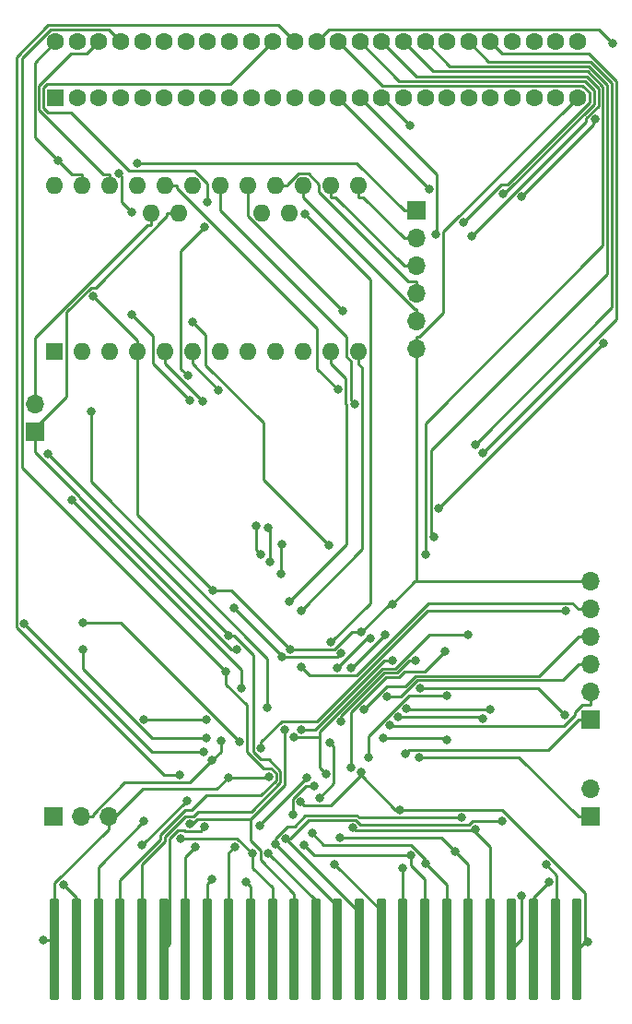
<source format=gbl>
G04 #@! TF.GenerationSoftware,KiCad,Pcbnew,(6.0.11)*
G04 #@! TF.CreationDate,2024-06-19T21:48:15+02:00*
G04 #@! TF.ProjectId,tcbm2sd,7463626d-3273-4642-9e6b-696361645f70,1.0*
G04 #@! TF.SameCoordinates,Original*
G04 #@! TF.FileFunction,Copper,L2,Bot*
G04 #@! TF.FilePolarity,Positive*
%FSLAX46Y46*%
G04 Gerber Fmt 4.6, Leading zero omitted, Abs format (unit mm)*
G04 Created by KiCad (PCBNEW (6.0.11)) date 2024-06-19 21:48:15*
%MOMM*%
%LPD*%
G01*
G04 APERTURE LIST*
G04 Aperture macros list*
%AMRoundRect*
0 Rectangle with rounded corners*
0 $1 Rounding radius*
0 $2 $3 $4 $5 $6 $7 $8 $9 X,Y pos of 4 corners*
0 Add a 4 corners polygon primitive as box body*
4,1,4,$2,$3,$4,$5,$6,$7,$8,$9,$2,$3,0*
0 Add four circle primitives for the rounded corners*
1,1,$1+$1,$2,$3*
1,1,$1+$1,$4,$5*
1,1,$1+$1,$6,$7*
1,1,$1+$1,$8,$9*
0 Add four rect primitives between the rounded corners*
20,1,$1+$1,$2,$3,$4,$5,0*
20,1,$1+$1,$4,$5,$6,$7,0*
20,1,$1+$1,$6,$7,$8,$9,0*
20,1,$1+$1,$8,$9,$2,$3,0*%
G04 Aperture macros list end*
G04 #@! TA.AperFunction,ComponentPad*
%ADD10R,1.700000X1.700000*%
G04 #@! TD*
G04 #@! TA.AperFunction,ComponentPad*
%ADD11O,1.700000X1.700000*%
G04 #@! TD*
G04 #@! TA.AperFunction,ComponentPad*
%ADD12R,1.600000X1.600000*%
G04 #@! TD*
G04 #@! TA.AperFunction,ComponentPad*
%ADD13O,1.600000X1.600000*%
G04 #@! TD*
G04 #@! TA.AperFunction,ComponentPad*
%ADD14C,1.600000*%
G04 #@! TD*
G04 #@! TA.AperFunction,SMDPad,CuDef*
%ADD15RoundRect,0.112500X-0.337500X-4.512500X0.337500X-4.512500X0.337500X4.512500X-0.337500X4.512500X0*%
G04 #@! TD*
G04 #@! TA.AperFunction,ViaPad*
%ADD16C,0.800000*%
G04 #@! TD*
G04 #@! TA.AperFunction,Conductor*
%ADD17C,0.250000*%
G04 #@! TD*
G04 APERTURE END LIST*
D10*
X124348000Y-133351300D03*
D11*
X126888000Y-133351300D03*
X129428000Y-133351300D03*
D10*
X173731000Y-133350000D03*
D11*
X173731000Y-130810000D03*
D10*
X173736000Y-124460000D03*
D11*
X173736000Y-121920000D03*
X173736000Y-119380000D03*
X173736000Y-116840000D03*
X173736000Y-114300000D03*
X173736000Y-111760000D03*
D12*
X124460000Y-90678000D03*
D13*
X127000000Y-90678000D03*
X129540000Y-90678000D03*
X132080000Y-90678000D03*
X134620000Y-90678000D03*
X137160000Y-90678000D03*
X139700000Y-90678000D03*
X142240000Y-90678000D03*
X144780000Y-90678000D03*
X147320000Y-90678000D03*
X149860000Y-90678000D03*
X152400000Y-90678000D03*
X152400000Y-75438000D03*
X149860000Y-75438000D03*
X147320000Y-75438000D03*
X144780000Y-75438000D03*
X142240000Y-75438000D03*
X139700000Y-75438000D03*
X137160000Y-75438000D03*
X134620000Y-75438000D03*
X132080000Y-75438000D03*
X129540000Y-75438000D03*
X127000000Y-75438000D03*
X124460000Y-75438000D03*
X135890000Y-77978000D03*
X133350000Y-77978000D03*
X146050000Y-77978000D03*
X143510000Y-77978000D03*
D10*
X157734000Y-77724000D03*
D11*
X157734000Y-80264000D03*
X157734000Y-82804000D03*
X157734000Y-85344000D03*
X157734000Y-87884000D03*
X157734000Y-90424000D03*
D12*
X124556000Y-67330000D03*
D14*
X126556000Y-67330000D03*
X128556000Y-67330000D03*
X130556000Y-67330000D03*
X132556000Y-67330000D03*
X134556000Y-67330000D03*
X136556000Y-67330000D03*
X138556000Y-67330000D03*
X140556000Y-67330000D03*
X142556000Y-67330000D03*
X144556000Y-67330000D03*
X146556000Y-67330000D03*
X148556000Y-67330000D03*
X150556000Y-67330000D03*
X152556000Y-67330000D03*
X154556000Y-67330000D03*
X156556000Y-67330000D03*
X158556000Y-67330000D03*
X160556000Y-67330000D03*
X162556000Y-67330000D03*
X164556000Y-67330000D03*
X166556000Y-67330000D03*
X168556000Y-67330000D03*
X170556000Y-67330000D03*
X172556000Y-67330000D03*
X124556000Y-62230000D03*
X168556000Y-62230000D03*
X126556000Y-62230000D03*
X170556000Y-62230000D03*
X128556000Y-62230000D03*
X172556000Y-62230000D03*
X130556000Y-62230000D03*
X132556000Y-62230000D03*
X134556000Y-62230000D03*
X136556000Y-62230000D03*
X138556000Y-62230000D03*
X140556000Y-62230000D03*
X142556000Y-62230000D03*
X144556000Y-62230000D03*
X146556000Y-62230000D03*
X148556000Y-62230000D03*
X150556000Y-62230000D03*
X152556000Y-62230000D03*
X154556000Y-62230000D03*
X156556000Y-62230000D03*
X158556000Y-62230000D03*
X160556000Y-62230000D03*
X162556000Y-62230000D03*
X164556000Y-62230000D03*
X166556000Y-62230000D03*
D10*
X122682000Y-98044000D03*
D11*
X122682000Y-95504000D03*
D15*
X124501100Y-145503600D03*
X168501100Y-145503600D03*
X126501100Y-145503600D03*
X170501100Y-145503600D03*
X128501100Y-145503600D03*
X172501100Y-145503600D03*
X130501100Y-145503600D03*
X132501100Y-145503600D03*
X134501100Y-145503600D03*
X136501100Y-145503600D03*
X138501100Y-145503600D03*
X140501100Y-145503600D03*
X142501100Y-145503600D03*
X144501100Y-145503600D03*
X146501100Y-145503600D03*
X148501100Y-145503600D03*
X150501100Y-145503600D03*
X152501100Y-145503600D03*
X154501100Y-145503600D03*
X156501100Y-145503600D03*
X158501100Y-145503600D03*
X160501100Y-145503600D03*
X162501100Y-145503600D03*
X164501100Y-145503600D03*
X166501100Y-145503600D03*
D16*
X167397700Y-140585800D03*
X167397700Y-76407700D03*
X174194100Y-69330400D03*
X169683900Y-137760700D03*
X125313300Y-139605300D03*
X169947500Y-139354300D03*
X146431200Y-133153800D03*
X148346600Y-130496400D03*
X143366200Y-134126700D03*
X147701400Y-129791500D03*
X158105600Y-121518900D03*
X171389900Y-123972500D03*
X157958300Y-127923200D03*
X140232300Y-120061800D03*
X148832000Y-131594800D03*
X149774100Y-126534900D03*
X149909400Y-117313200D03*
X147486000Y-78058200D03*
X140467800Y-116741400D03*
X123844400Y-100034600D03*
X147173400Y-119637500D03*
X155065200Y-122345000D03*
X155324100Y-124913600D03*
X152947400Y-123483300D03*
X145397100Y-118678300D03*
X156767600Y-127575300D03*
X132080000Y-73337300D03*
X138966400Y-128194600D03*
X140978200Y-114146000D03*
X150812500Y-118373000D03*
X139754000Y-126400300D03*
X152101200Y-95469700D03*
X150519900Y-94140800D03*
X150943800Y-86938100D03*
X137160000Y-87897500D03*
X149688300Y-108438300D03*
X147157000Y-114403500D03*
X146028600Y-113613200D03*
X145349800Y-108302200D03*
X145304200Y-111021800D03*
X144078000Y-106827100D03*
X144257600Y-109974900D03*
X142968300Y-106641600D03*
X143428300Y-109268100D03*
X139578500Y-94175800D03*
X138063500Y-95200800D03*
X141244700Y-117987600D03*
X132702100Y-124429500D03*
X138398600Y-124429500D03*
X132702100Y-133748700D03*
X158930800Y-75704800D03*
X160327700Y-118143900D03*
X151752300Y-128835700D03*
X150790300Y-124609900D03*
X157678900Y-118999300D03*
X159542700Y-79882000D03*
X153326300Y-127872900D03*
X160540500Y-122245400D03*
X157188300Y-69892300D03*
X150426900Y-119720800D03*
X153525500Y-116975400D03*
X154862800Y-116652700D03*
X151713000Y-119719100D03*
X160501100Y-126291400D03*
X154687700Y-126102800D03*
X163804500Y-124335700D03*
X156030900Y-124214200D03*
X164501100Y-123535100D03*
X156804300Y-123428700D03*
X132501100Y-135969200D03*
X136628900Y-131841400D03*
X136893000Y-95171200D03*
X131551600Y-87257100D03*
X131551600Y-77856700D03*
X130362900Y-74335300D03*
X155542200Y-113808800D03*
X173511700Y-144857600D03*
X124794400Y-73118700D03*
X139039000Y-112555200D03*
X152657900Y-129295100D03*
X128040700Y-85559400D03*
X156249700Y-132690500D03*
X123467200Y-144656000D03*
X140433600Y-129733400D03*
X144159900Y-129664600D03*
X146171400Y-118007100D03*
X152695800Y-116404300D03*
X147068700Y-131931600D03*
X138298000Y-134279500D03*
X138459500Y-126137200D03*
X127068700Y-117967300D03*
X126080800Y-104243400D03*
X141681700Y-121578200D03*
X137442500Y-136097200D03*
X136939300Y-133995000D03*
X135949600Y-129526200D03*
X145603800Y-125338500D03*
X136031100Y-135310900D03*
X136707700Y-92855000D03*
X138266400Y-79207200D03*
X138489200Y-76952600D03*
X142683300Y-136725400D03*
X144127200Y-136672000D03*
X175785300Y-62382800D03*
X171419300Y-114439100D03*
X143443500Y-127090700D03*
X174954500Y-89871500D03*
X159792600Y-105010700D03*
X158546700Y-137615600D03*
X148134200Y-134853900D03*
X155535500Y-119002300D03*
X147156400Y-125360100D03*
X158558200Y-109240000D03*
X156510000Y-138100400D03*
X145751900Y-135347700D03*
X165648200Y-133767800D03*
X165702400Y-76173400D03*
X163798200Y-99973700D03*
X163125200Y-134518300D03*
X151863000Y-134353600D03*
X141464000Y-126487900D03*
X127113800Y-115571400D03*
X141040200Y-136090400D03*
X144795400Y-135859800D03*
X161922100Y-133391000D03*
X162072500Y-78808700D03*
X146472900Y-126065100D03*
X150217000Y-137711100D03*
X149464400Y-129463500D03*
X162469600Y-116597900D03*
X162781400Y-80062400D03*
X150732700Y-135247500D03*
X161334500Y-136562100D03*
X163153200Y-99159300D03*
X147395500Y-135916700D03*
X159372500Y-107667400D03*
X157208900Y-136884900D03*
X121668900Y-115630800D03*
X138159800Y-127391300D03*
X138972300Y-139033700D03*
X142069600Y-139294000D03*
X144026800Y-123304800D03*
X127817900Y-96154800D03*
D17*
X167397700Y-144607000D02*
X167397700Y-140585800D01*
X166501100Y-145503600D02*
X167397700Y-144607000D01*
X173995500Y-69529000D02*
X174194100Y-69330400D01*
X173995400Y-69529000D02*
X173995500Y-69529000D01*
X173995400Y-69810000D02*
X173995400Y-69529000D01*
X167397700Y-76407700D02*
X173995400Y-69810000D01*
X170626800Y-138703600D02*
X169683900Y-137760700D01*
X170626800Y-145377900D02*
X170626800Y-138703600D01*
X170501100Y-145503600D02*
X170626800Y-145377900D01*
X126501100Y-140793100D02*
X125313300Y-139605300D01*
X126501100Y-145503600D02*
X126501100Y-140793100D01*
X168501100Y-140800700D02*
X169947500Y-139354300D01*
X168501100Y-145503600D02*
X168501100Y-140800700D01*
X146360100Y-133082700D02*
X146431200Y-133153800D01*
X146360100Y-131679600D02*
X146360100Y-133082700D01*
X147543300Y-130496400D02*
X146360100Y-131679600D01*
X148346600Y-130496400D02*
X147543300Y-130496400D01*
X143366200Y-134101700D02*
X143366200Y-134126700D01*
X147676400Y-129791500D02*
X143366200Y-134101700D01*
X147701400Y-129791500D02*
X147676400Y-129791500D01*
X133350000Y-77978000D02*
X133350000Y-79057300D01*
X122682000Y-96012000D02*
X122682000Y-94882700D01*
X122682000Y-89373500D02*
X122682000Y-94882700D01*
X132998200Y-79057300D02*
X122682000Y-89373500D01*
X133350000Y-79057300D02*
X132998200Y-79057300D01*
X145859300Y-75326200D02*
X145859300Y-75438000D01*
X146863200Y-74322300D02*
X145859300Y-75326200D01*
X147801000Y-74322300D02*
X146863200Y-74322300D01*
X148779500Y-75300800D02*
X147801000Y-74322300D01*
X148779500Y-76015200D02*
X148779500Y-75300800D01*
X156979000Y-84214700D02*
X148779500Y-76015200D01*
X157734000Y-84214700D02*
X156979000Y-84214700D01*
X157734000Y-85344000D02*
X157734000Y-84214700D01*
X144780000Y-75438000D02*
X145859300Y-75438000D01*
X157734000Y-87884000D02*
X157734000Y-86754700D01*
X147320000Y-75438000D02*
X147320000Y-76517300D01*
X147320000Y-76527100D02*
X147320000Y-76517300D01*
X157547600Y-86754700D02*
X147320000Y-76527100D01*
X157734000Y-86754700D02*
X157547600Y-86754700D01*
X150318000Y-76517300D02*
X149860000Y-76517300D01*
X156604700Y-82804000D02*
X150318000Y-76517300D01*
X157734000Y-82804000D02*
X156604700Y-82804000D01*
X149860000Y-75438000D02*
X149860000Y-76517300D01*
X152858000Y-76517300D02*
X152400000Y-76517300D01*
X156604700Y-80264000D02*
X152858000Y-76517300D01*
X157734000Y-80264000D02*
X156604700Y-80264000D01*
X152400000Y-75438000D02*
X152400000Y-76517300D01*
X168936300Y-121518900D02*
X171389900Y-123972500D01*
X158105600Y-121518900D02*
X168936300Y-121518900D01*
X173731000Y-133350000D02*
X172601700Y-133350000D01*
X167174900Y-127923200D02*
X157958300Y-127923200D01*
X172601700Y-133350000D02*
X167174900Y-127923200D01*
X121526800Y-101356300D02*
X140232300Y-120061800D01*
X121526800Y-63732900D02*
X121526800Y-101356300D01*
X124155900Y-61103800D02*
X121526800Y-63732900D01*
X129429800Y-61103800D02*
X124155900Y-61103800D01*
X130556000Y-62230000D02*
X129429800Y-61103800D01*
X130501100Y-139162100D02*
X130501100Y-145503600D01*
X134207700Y-135455500D02*
X130501100Y-139162100D01*
X134207700Y-135026700D02*
X134207700Y-135455500D01*
X136524400Y-132710000D02*
X134207700Y-135026700D01*
X137105200Y-132710000D02*
X136524400Y-132710000D01*
X138450100Y-131365100D02*
X137105200Y-132710000D01*
X143464500Y-131365100D02*
X138450100Y-131365100D01*
X144839300Y-129990300D02*
X143464500Y-131365100D01*
X144839300Y-129317000D02*
X144839300Y-129990300D01*
X144400400Y-128878100D02*
X144839300Y-129317000D01*
X143668700Y-128878100D02*
X144400400Y-128878100D01*
X142158500Y-127367900D02*
X143668700Y-128878100D01*
X142158500Y-123094900D02*
X142158500Y-127367900D01*
X140232300Y-121168700D02*
X142158500Y-123094900D01*
X140232300Y-120061800D02*
X140232300Y-121168700D01*
X150143800Y-130283000D02*
X148832000Y-131594800D01*
X150143800Y-126904600D02*
X150143800Y-130283000D01*
X149774100Y-126534900D02*
X150143800Y-126904600D01*
X153504400Y-84076600D02*
X147486000Y-78058200D01*
X153504400Y-113718200D02*
X153504400Y-84076600D01*
X149909400Y-117313200D02*
X153504400Y-113718200D01*
X140467800Y-116658000D02*
X123844400Y-100034600D01*
X140467800Y-116741400D02*
X140467800Y-116658000D01*
X132501100Y-137733900D02*
X132501100Y-145503600D01*
X134612000Y-135623000D02*
X132501100Y-137733900D01*
X134612000Y-135194200D02*
X134612000Y-135623000D01*
X136490600Y-133315600D02*
X134612000Y-135194200D01*
X137272900Y-133315600D02*
X136490600Y-133315600D01*
X137677200Y-132911300D02*
X137272900Y-133315600D01*
X142558200Y-132911300D02*
X137677200Y-132911300D01*
X145243600Y-130225900D02*
X142558200Y-132911300D01*
X145243600Y-129130700D02*
X145243600Y-130225900D01*
X144188200Y-128075300D02*
X145243600Y-129130700D01*
X143437600Y-128075300D02*
X144188200Y-128075300D01*
X142764000Y-127401700D02*
X143437600Y-128075300D01*
X142764000Y-118506800D02*
X142764000Y-127401700D01*
X140998600Y-116741400D02*
X142764000Y-118506800D01*
X140467800Y-116741400D02*
X140998600Y-116741400D01*
X173736000Y-114300000D02*
X172606700Y-114300000D01*
X147936100Y-120400200D02*
X147173400Y-119637500D01*
X152196500Y-120400200D02*
X147936100Y-120400200D01*
X158836900Y-113759800D02*
X152196500Y-120400200D01*
X172066500Y-113759800D02*
X158836900Y-113759800D01*
X172606700Y-114300000D02*
X172066500Y-113759800D01*
X173736000Y-119380000D02*
X172606700Y-119380000D01*
X156318600Y-122345000D02*
X155065200Y-122345000D01*
X157845700Y-120817900D02*
X156318600Y-122345000D01*
X171168800Y-120817900D02*
X157845700Y-120817900D01*
X172606700Y-119380000D02*
X171168800Y-120817900D01*
X173736000Y-121920000D02*
X173736000Y-123049300D01*
X173019800Y-123049300D02*
X173736000Y-123049300D01*
X172343300Y-123725800D02*
X173019800Y-123049300D01*
X172343300Y-123979800D02*
X172343300Y-123725800D01*
X171285900Y-125037200D02*
X172343300Y-123979800D01*
X155447700Y-125037200D02*
X171285900Y-125037200D01*
X155324100Y-124913600D02*
X155447700Y-125037200D01*
X173736000Y-116840000D02*
X172606700Y-116840000D01*
X169033100Y-120413600D02*
X172606700Y-116840000D01*
X157678200Y-120413600D02*
X169033100Y-120413600D01*
X156729800Y-121362000D02*
X157678200Y-120413600D01*
X155068700Y-121362000D02*
X156729800Y-121362000D01*
X152947400Y-123483300D02*
X155068700Y-121362000D01*
X173736000Y-124460000D02*
X172606700Y-124460000D01*
X157734000Y-77724000D02*
X156604700Y-77724000D01*
X126888000Y-133351300D02*
X128017300Y-133351300D01*
X136955500Y-130205500D02*
X138966400Y-128194600D01*
X130932100Y-130205500D02*
X136955500Y-130205500D01*
X128017300Y-133120300D02*
X130932100Y-130205500D01*
X128017300Y-133351300D02*
X128017300Y-133120300D01*
X169822800Y-127243900D02*
X172606700Y-124460000D01*
X157099000Y-127243900D02*
X169822800Y-127243900D01*
X156767600Y-127575300D02*
X157099000Y-127243900D01*
X152218000Y-73337300D02*
X132080000Y-73337300D01*
X156604700Y-77724000D02*
X152218000Y-73337300D01*
X145397100Y-118564900D02*
X145397100Y-118678300D01*
X140978200Y-114146000D02*
X145397100Y-118564900D01*
X150499100Y-118686400D02*
X150812500Y-118373000D01*
X145405200Y-118686400D02*
X150499100Y-118686400D01*
X145397100Y-118678300D02*
X145405200Y-118686400D01*
X139754000Y-127407000D02*
X138966400Y-128194600D01*
X139754000Y-126400300D02*
X139754000Y-127407000D01*
X151688400Y-95056900D02*
X152101200Y-95469700D01*
X151688400Y-91492800D02*
X151688400Y-95056900D01*
X151320700Y-91125100D02*
X151688400Y-91492800D01*
X151320700Y-89275500D02*
X151320700Y-91125100D01*
X139700000Y-77654800D02*
X151320700Y-89275500D01*
X139700000Y-75438000D02*
X139700000Y-77654800D01*
X134620000Y-75438000D02*
X135699300Y-75438000D01*
X148621900Y-92242800D02*
X150519900Y-94140800D01*
X148621900Y-88553200D02*
X148621900Y-92242800D01*
X135699300Y-75630600D02*
X148621900Y-88553200D01*
X135699300Y-75438000D02*
X135699300Y-75630600D01*
X142240000Y-78234300D02*
X150943800Y-86938100D01*
X142240000Y-75438000D02*
X142240000Y-78234300D01*
X138380200Y-89117700D02*
X137160000Y-87897500D01*
X138380200Y-91898200D02*
X138380200Y-89117700D01*
X143647600Y-97165600D02*
X138380200Y-91898200D01*
X143647600Y-102397600D02*
X143647600Y-97165600D01*
X149688300Y-108438300D02*
X143647600Y-102397600D01*
X152400000Y-90678000D02*
X152400000Y-91757300D01*
X152787600Y-108772900D02*
X147157000Y-114403500D01*
X152787600Y-92144900D02*
X152787600Y-108772900D01*
X152400000Y-91757300D02*
X152787600Y-92144900D01*
X149860000Y-90678000D02*
X149860000Y-91757300D01*
X151285600Y-108356200D02*
X146028600Y-113613200D01*
X151285600Y-95510600D02*
X151285600Y-108356200D01*
X151236200Y-95461200D02*
X151285600Y-95510600D01*
X151236200Y-93133500D02*
X151236200Y-95461200D01*
X149860000Y-91757300D02*
X151236200Y-93133500D01*
X145304200Y-108347800D02*
X145349800Y-108302200D01*
X145304200Y-111021800D02*
X145304200Y-108347800D01*
X144257600Y-107006700D02*
X144257600Y-109974900D01*
X144078000Y-106827100D02*
X144257600Y-107006700D01*
X142968300Y-108808100D02*
X143428300Y-109268100D01*
X142968300Y-106641600D02*
X142968300Y-108808100D01*
X137160000Y-90678000D02*
X137160000Y-91757300D01*
X137160000Y-91757300D02*
X139578500Y-94175800D01*
X134620000Y-90678000D02*
X134620000Y-91757300D01*
X134620000Y-91757300D02*
X138063500Y-95200800D01*
X135890000Y-77978000D02*
X134810700Y-77978000D01*
X122682000Y-98552000D02*
X122682000Y-97422700D01*
X122682000Y-98552000D02*
X122682000Y-99681300D01*
X122964300Y-97422700D02*
X122682000Y-97422700D01*
X125587500Y-94799500D02*
X122964300Y-97422700D01*
X125587500Y-87039800D02*
X125587500Y-94799500D01*
X127826200Y-84801100D02*
X125587500Y-87039800D01*
X128251700Y-84801100D02*
X127826200Y-84801100D01*
X134810700Y-78242100D02*
X128251700Y-84801100D01*
X134810700Y-77978000D02*
X134810700Y-78242100D01*
X140752300Y-117987600D02*
X141244700Y-117987600D01*
X126760100Y-103995400D02*
X140752300Y-117987600D01*
X126760100Y-103962100D02*
X126760100Y-103995400D01*
X122682000Y-99884000D02*
X126760100Y-103962100D01*
X122682000Y-99681300D02*
X122682000Y-99884000D01*
X129540000Y-75438000D02*
X129540000Y-74358700D01*
X132702100Y-124429500D02*
X138398600Y-124429500D01*
X127453500Y-63332500D02*
X128556000Y-62230000D01*
X125956200Y-63332500D02*
X127453500Y-63332500D01*
X123067300Y-66221400D02*
X125956200Y-63332500D01*
X123067300Y-68476300D02*
X123067300Y-66221400D01*
X128949700Y-74358700D02*
X123067300Y-68476300D01*
X129540000Y-74358700D02*
X128949700Y-74358700D01*
X128501100Y-137949700D02*
X132702100Y-133748700D01*
X128501100Y-145503600D02*
X128501100Y-137949700D01*
X150556000Y-67330000D02*
X158930800Y-75704800D01*
X158462300Y-120009300D02*
X160327700Y-118143900D01*
X156666500Y-120009300D02*
X158462300Y-120009300D01*
X156122400Y-120553400D02*
X156666500Y-120009300D01*
X154910200Y-120553400D02*
X156122400Y-120553400D01*
X151752300Y-123711300D02*
X154910200Y-120553400D01*
X151752300Y-128835700D02*
X151752300Y-123711300D01*
X159616000Y-79808700D02*
X159542700Y-79882000D01*
X159616000Y-74390000D02*
X159616000Y-79808700D01*
X152556000Y-67330000D02*
X159616000Y-74390000D01*
X150790300Y-124101500D02*
X150790300Y-124609900D01*
X154742700Y-120149100D02*
X150790300Y-124101500D01*
X155954900Y-120149100D02*
X154742700Y-120149100D01*
X157104700Y-118999300D02*
X155954900Y-120149100D01*
X157678900Y-118999300D02*
X157104700Y-118999300D01*
X157025800Y-122245400D02*
X160540500Y-122245400D01*
X153326300Y-125944900D02*
X157025800Y-122245400D01*
X153326300Y-127872900D02*
X153326300Y-125944900D01*
X154626000Y-67330000D02*
X154556000Y-67330000D01*
X157188300Y-69892300D02*
X154626000Y-67330000D01*
X153172300Y-116975400D02*
X150426900Y-119720800D01*
X153525500Y-116975400D02*
X153172300Y-116975400D01*
X151796400Y-119719100D02*
X151713000Y-119719100D01*
X154862800Y-116652700D02*
X151796400Y-119719100D01*
X160312500Y-126102800D02*
X160501100Y-126291400D01*
X154687700Y-126102800D02*
X160312500Y-126102800D01*
X163683000Y-124214200D02*
X163804500Y-124335700D01*
X156030900Y-124214200D02*
X163683000Y-124214200D01*
X156910700Y-123535100D02*
X156804300Y-123428700D01*
X164501100Y-123535100D02*
X156910700Y-123535100D01*
X130619300Y-76924400D02*
X131551600Y-77856700D01*
X130619300Y-74591700D02*
X130619300Y-76924400D01*
X130362900Y-74335300D02*
X130619300Y-74591700D01*
X133492500Y-89198000D02*
X131551600Y-87257100D01*
X133492500Y-91770700D02*
X133492500Y-89198000D01*
X136893000Y-95171200D02*
X133492500Y-91770700D01*
X132501100Y-135969200D02*
X136628900Y-131841400D01*
X173736000Y-111760000D02*
X172606700Y-111760000D01*
X157734000Y-90424000D02*
X157734000Y-89294700D01*
X127000000Y-75438000D02*
X127000000Y-74358700D01*
X126034400Y-74358700D02*
X124794400Y-73118700D01*
X127000000Y-74358700D02*
X126034400Y-74358700D01*
X157734000Y-90424000D02*
X157734000Y-91553300D01*
X132080000Y-90678000D02*
X132080000Y-89598700D01*
X160222000Y-79664000D02*
X172556000Y-67330000D01*
X160222000Y-87089100D02*
X160222000Y-79664000D01*
X158016400Y-89294700D02*
X160222000Y-87089100D01*
X157734000Y-89294700D02*
X158016400Y-89294700D01*
X157734000Y-91553300D02*
X157734000Y-111760000D01*
X172606700Y-111760000D02*
X157734000Y-111760000D01*
X172550700Y-145503600D02*
X173196700Y-144857600D01*
X172501100Y-145503600D02*
X172550700Y-145503600D01*
X165577900Y-132690500D02*
X156249700Y-132690500D01*
X173196700Y-140309300D02*
X165577900Y-132690500D01*
X173196700Y-144857600D02*
X173196700Y-140309300D01*
X173196700Y-144857600D02*
X173511700Y-144857600D01*
X124501100Y-139407500D02*
X124501100Y-144656000D01*
X129428000Y-134480600D02*
X124501100Y-139407500D01*
X124501100Y-144656000D02*
X124501100Y-145503600D01*
X124501100Y-144656000D02*
X123467200Y-144656000D01*
X132080000Y-105596200D02*
X132080000Y-91757300D01*
X139039000Y-112555200D02*
X132080000Y-105596200D01*
X132080000Y-90678000D02*
X132080000Y-91757300D01*
X132080000Y-89598700D02*
X128040700Y-85559400D01*
X129428000Y-133351300D02*
X129428000Y-133915900D01*
X129428000Y-133915900D02*
X129428000Y-134480600D01*
X139381800Y-130785200D02*
X140433600Y-129733400D01*
X132558700Y-130785200D02*
X139381800Y-130785200D01*
X129428000Y-133915900D02*
X132558700Y-130785200D01*
X122663000Y-64123000D02*
X124556000Y-62230000D01*
X122663000Y-70987300D02*
X122663000Y-64123000D01*
X124794400Y-73118700D02*
X122663000Y-70987300D01*
X144091100Y-129733400D02*
X144159900Y-129664600D01*
X140433600Y-129733400D02*
X144091100Y-129733400D01*
X140719500Y-112555200D02*
X139039000Y-112555200D01*
X146171400Y-118007100D02*
X140719500Y-112555200D01*
X157591000Y-111760000D02*
X155542200Y-113808800D01*
X157734000Y-111760000D02*
X157591000Y-111760000D01*
X155291300Y-113808800D02*
X152695800Y-116404300D01*
X155542200Y-113808800D02*
X155291300Y-113808800D01*
X147411300Y-132274200D02*
X147068700Y-131931600D01*
X149897000Y-132274200D02*
X147411300Y-132274200D01*
X152657900Y-129513300D02*
X149897000Y-132274200D01*
X152657900Y-129295100D02*
X152657900Y-129513300D01*
X155835100Y-132690500D02*
X156249700Y-132690500D01*
X152657900Y-129513300D02*
X155835100Y-132690500D01*
X151779000Y-116404300D02*
X152695800Y-116404300D01*
X150176200Y-118007100D02*
X151779000Y-116404300D01*
X146171400Y-118007100D02*
X150176200Y-118007100D01*
X127068700Y-119780300D02*
X127068700Y-117967300D01*
X133425600Y-126137200D02*
X127068700Y-119780300D01*
X138459500Y-126137200D02*
X133425600Y-126137200D01*
X137903200Y-134674300D02*
X138298000Y-134279500D01*
X136493300Y-134674300D02*
X137903200Y-134674300D01*
X136394500Y-134575500D02*
X136493300Y-134674300D01*
X135802500Y-134575500D02*
X136394500Y-134575500D01*
X135016300Y-135361700D02*
X135802500Y-134575500D01*
X135016300Y-144988400D02*
X135016300Y-135361700D01*
X134501100Y-145503600D02*
X135016300Y-144988400D01*
X136501100Y-137038600D02*
X137442500Y-136097200D01*
X136501100Y-145503600D02*
X136501100Y-137038600D01*
X141681700Y-119844300D02*
X141681700Y-121578200D01*
X126080800Y-104243400D02*
X141681700Y-119844300D01*
X134540900Y-129526200D02*
X135949600Y-129526200D01*
X120982200Y-115967500D02*
X134540900Y-129526200D01*
X120982200Y-63627600D02*
X120982200Y-115967500D01*
X123910300Y-60699500D02*
X120982200Y-63627600D01*
X145025500Y-60699500D02*
X123910300Y-60699500D01*
X146556000Y-62230000D02*
X145025500Y-60699500D01*
X146501100Y-140388500D02*
X146501100Y-145503600D01*
X143411200Y-137298600D02*
X146501100Y-140388500D01*
X143411200Y-136444100D02*
X143411200Y-137298600D01*
X142525000Y-135557900D02*
X143411200Y-136444100D01*
X142525000Y-133590600D02*
X142525000Y-135557900D01*
X137569700Y-133590600D02*
X142525000Y-133590600D01*
X137165300Y-133995000D02*
X137569700Y-133590600D01*
X136939300Y-133995000D02*
X137165300Y-133995000D01*
X145656200Y-125390900D02*
X145603800Y-125338500D01*
X145656200Y-130459400D02*
X145656200Y-125390900D01*
X142525000Y-133590600D02*
X145656200Y-130459400D01*
X144501100Y-139842000D02*
X144501100Y-145503600D01*
X142683300Y-138024200D02*
X144501100Y-139842000D01*
X142683300Y-136725400D02*
X142683300Y-138024200D01*
X136080700Y-81392900D02*
X138266400Y-79207200D01*
X136080700Y-92228000D02*
X136080700Y-81392900D01*
X136707700Y-92855000D02*
X136080700Y-92228000D01*
X140668300Y-66117700D02*
X144556000Y-62230000D01*
X123773300Y-66117700D02*
X140668300Y-66117700D01*
X123476700Y-66414300D02*
X123773300Y-66117700D01*
X123476700Y-68286500D02*
X123476700Y-66414300D01*
X123910300Y-68720100D02*
X123476700Y-68286500D01*
X125985000Y-68720100D02*
X123910300Y-68720100D01*
X131294600Y-74029700D02*
X125985000Y-68720100D01*
X137299900Y-74029700D02*
X131294600Y-74029700D01*
X138489200Y-75219000D02*
X137299900Y-74029700D01*
X138489200Y-76952600D02*
X138489200Y-75219000D01*
X141268800Y-135310900D02*
X136031100Y-135310900D01*
X142683300Y-136725400D02*
X141268800Y-135310900D01*
X174522300Y-61119800D02*
X175785300Y-62382800D01*
X149666200Y-61119800D02*
X174522300Y-61119800D01*
X148556000Y-62230000D02*
X149666200Y-61119800D01*
X148501100Y-141045900D02*
X144127200Y-136672000D01*
X148501100Y-145503600D02*
X148501100Y-141045900D01*
X143443500Y-126489700D02*
X143443500Y-127090700D01*
X145374900Y-124558300D02*
X143443500Y-126489700D01*
X148616000Y-124558300D02*
X145374900Y-124558300D01*
X158735200Y-114439100D02*
X148616000Y-124558300D01*
X171419300Y-114439100D02*
X158735200Y-114439100D01*
X160501100Y-139570000D02*
X160501100Y-145503600D01*
X158546700Y-137615600D02*
X160501100Y-139570000D01*
X159815300Y-105010700D02*
X159792600Y-105010700D01*
X174954500Y-89871500D02*
X159815300Y-105010700D01*
X149207200Y-135926900D02*
X148134200Y-134853900D01*
X157211600Y-135926900D02*
X149207200Y-135926900D01*
X158546700Y-137262000D02*
X157211600Y-135926900D01*
X158546700Y-137615600D02*
X158546700Y-137262000D01*
X156501100Y-138109300D02*
X156510000Y-138100400D01*
X156501100Y-145503600D02*
X156501100Y-138109300D01*
X159252000Y-64926000D02*
X156556000Y-62230000D01*
X173452900Y-64926000D02*
X159252000Y-64926000D01*
X174876000Y-66349100D02*
X173452900Y-64926000D01*
X174876000Y-80902300D02*
X174876000Y-66349100D01*
X158558200Y-97220100D02*
X174876000Y-80902300D01*
X158558200Y-109240000D02*
X158558200Y-97220100D01*
X154745900Y-119002300D02*
X155535500Y-119002300D01*
X148388100Y-125360100D02*
X154745900Y-119002300D01*
X147156400Y-125360100D02*
X148388100Y-125360100D01*
X152501100Y-142096900D02*
X152501100Y-145503600D01*
X145751900Y-135347700D02*
X152501100Y-142096900D01*
X146141100Y-135347700D02*
X145751900Y-135347700D01*
X147814500Y-133674300D02*
X146141100Y-135347700D01*
X152144400Y-133674300D02*
X147814500Y-133674300D01*
X152542300Y-134072200D02*
X152144400Y-133674300D01*
X162576700Y-134072200D02*
X152542300Y-134072200D01*
X162881100Y-133767800D02*
X162576700Y-134072200D01*
X165648200Y-133767800D02*
X162881100Y-133767800D01*
X165816400Y-76173400D02*
X165702400Y-76173400D01*
X174067400Y-67922400D02*
X165816400Y-76173400D01*
X174067400Y-66684100D02*
X174067400Y-67922400D01*
X173213100Y-65829800D02*
X174067400Y-66684100D01*
X156155800Y-65829800D02*
X173213100Y-65829800D01*
X152556000Y-62230000D02*
X156155800Y-65829800D01*
X165635300Y-63309300D02*
X164556000Y-62230000D01*
X173600700Y-63309300D02*
X165635300Y-63309300D01*
X176096300Y-65804900D02*
X173600700Y-63309300D01*
X176096300Y-87675600D02*
X176096300Y-65804900D01*
X163798200Y-99973700D02*
X176096300Y-87675600D01*
X163125200Y-134518300D02*
X163016200Y-134627300D01*
X164501100Y-136112200D02*
X164501100Y-145503600D01*
X163016200Y-134627300D02*
X164501100Y-136112200D01*
X152136700Y-134627300D02*
X151863000Y-134353600D01*
X163016200Y-134627300D02*
X152136700Y-134627300D01*
X140501100Y-136629500D02*
X141040200Y-136090400D01*
X140501100Y-145503600D02*
X140501100Y-136629500D01*
X130547500Y-115571400D02*
X141464000Y-126487900D01*
X127113800Y-115571400D02*
X130547500Y-115571400D01*
X150501100Y-141565500D02*
X144795400Y-135859800D01*
X150501100Y-145503600D02*
X150501100Y-141565500D01*
X152432900Y-133391000D02*
X161922100Y-133391000D01*
X152311900Y-133270000D02*
X152432900Y-133391000D01*
X147526500Y-133270000D02*
X152311900Y-133270000D01*
X146570600Y-134225900D02*
X147526500Y-133270000D01*
X145913100Y-134225900D02*
X146570600Y-134225900D01*
X144795400Y-135343600D02*
X145913100Y-134225900D01*
X144795400Y-135859800D02*
X144795400Y-135343600D01*
X165571500Y-75309700D02*
X162072500Y-78808700D01*
X166108300Y-75309700D02*
X165571500Y-75309700D01*
X173648100Y-67769900D02*
X166108300Y-75309700D01*
X173648100Y-66894800D02*
X173648100Y-67769900D01*
X173004000Y-66250700D02*
X173648100Y-66894800D01*
X154576700Y-66250700D02*
X173004000Y-66250700D01*
X150556000Y-62230000D02*
X154576700Y-66250700D01*
X158934300Y-116597900D02*
X162469600Y-116597900D01*
X155787400Y-119744800D02*
X158934300Y-116597900D01*
X154575200Y-119744800D02*
X155787400Y-119744800D01*
X148817200Y-125502800D02*
X154575200Y-119744800D01*
X148817200Y-126065100D02*
X148817200Y-125502800D01*
X173315000Y-69528800D02*
X162781400Y-80062400D01*
X173315000Y-69246500D02*
X173315000Y-69528800D01*
X174471700Y-68089800D02*
X173315000Y-69246500D01*
X174471700Y-66516600D02*
X174471700Y-68089800D01*
X173380500Y-65425400D02*
X174471700Y-66516600D01*
X157751400Y-65425400D02*
X173380500Y-65425400D01*
X154556000Y-62230000D02*
X157751400Y-65425400D01*
X148817200Y-126065100D02*
X146472900Y-126065100D01*
X148817200Y-128816300D02*
X149464400Y-129463500D01*
X148817200Y-126065100D02*
X148817200Y-128816300D01*
X154501100Y-141995200D02*
X150217000Y-137711100D01*
X154501100Y-145503600D02*
X154501100Y-141995200D01*
X162501100Y-137728700D02*
X161334500Y-136562100D01*
X162501100Y-145503600D02*
X162501100Y-137728700D01*
X160019900Y-135247500D02*
X150732700Y-135247500D01*
X161334500Y-136562100D02*
X160019900Y-135247500D01*
X175689800Y-86622700D02*
X163153200Y-99159300D01*
X175689800Y-65988400D02*
X175689800Y-86622700D01*
X173750200Y-64048800D02*
X175689800Y-65988400D01*
X164374800Y-64048800D02*
X173750200Y-64048800D01*
X162556000Y-62230000D02*
X164374800Y-64048800D01*
X159113200Y-107408100D02*
X159372500Y-107667400D01*
X159113200Y-99737800D02*
X159113200Y-107408100D01*
X175280300Y-83570700D02*
X159113200Y-99737800D01*
X175280300Y-66166100D02*
X175280300Y-83570700D01*
X173602200Y-64488000D02*
X175280300Y-66166100D01*
X160814000Y-64488000D02*
X173602200Y-64488000D01*
X158556000Y-62230000D02*
X160814000Y-64488000D01*
X157208900Y-137772100D02*
X157208900Y-136884900D01*
X158501100Y-139064300D02*
X157208900Y-137772100D01*
X158501100Y-145503600D02*
X158501100Y-139064300D01*
X148363700Y-136884900D02*
X147395500Y-135916700D01*
X157208900Y-136884900D02*
X148363700Y-136884900D01*
X138501100Y-139504900D02*
X138972300Y-139033700D01*
X138501100Y-145503600D02*
X138501100Y-139504900D01*
X133429400Y-127391300D02*
X138159800Y-127391300D01*
X121668900Y-115630800D02*
X133429400Y-127391300D01*
X144026800Y-118818700D02*
X144026800Y-123304800D01*
X127817900Y-102609800D02*
X144026800Y-118818700D01*
X127817900Y-96154800D02*
X127817900Y-102609800D01*
X142501100Y-139725500D02*
X142069600Y-139294000D01*
X142501100Y-145503600D02*
X142501100Y-139725500D01*
M02*

</source>
